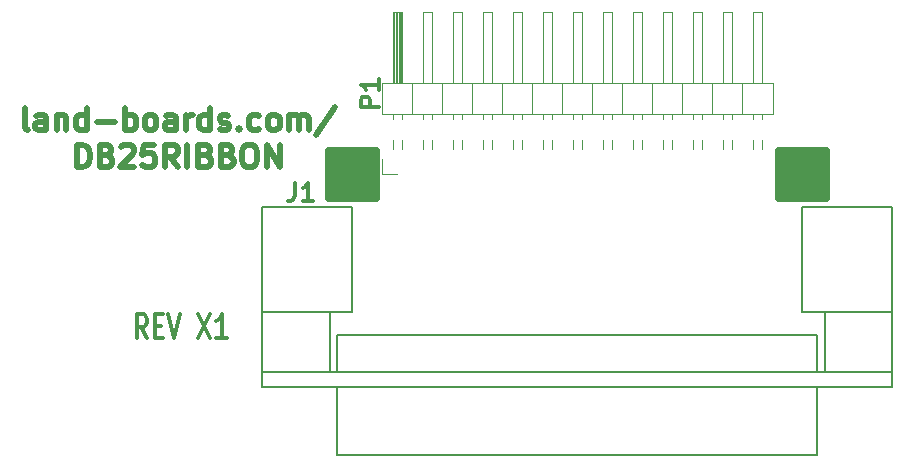
<source format=gbr>
G04 #@! TF.FileFunction,Legend,Top*
%FSLAX46Y46*%
G04 Gerber Fmt 4.6, Leading zero omitted, Abs format (unit mm)*
G04 Created by KiCad (PCBNEW (after 2015-mar-04 BZR unknown)-product) date 6/5/2017 4:21:03 PM*
%MOMM*%
G01*
G04 APERTURE LIST*
%ADD10C,0.150000*%
%ADD11C,0.304800*%
%ADD12C,0.476250*%
%ADD13C,0.650000*%
%ADD14C,0.120000*%
G04 APERTURE END LIST*
D10*
D11*
X11067142Y-28097238D02*
X10559142Y-27129619D01*
X10196285Y-28097238D02*
X10196285Y-26065238D01*
X10776857Y-26065238D01*
X10921999Y-26162000D01*
X10994571Y-26258762D01*
X11067142Y-26452286D01*
X11067142Y-26742571D01*
X10994571Y-26936095D01*
X10921999Y-27032857D01*
X10776857Y-27129619D01*
X10196285Y-27129619D01*
X11720285Y-27032857D02*
X12228285Y-27032857D01*
X12445999Y-28097238D02*
X11720285Y-28097238D01*
X11720285Y-26065238D01*
X12445999Y-26065238D01*
X12881428Y-26065238D02*
X13389428Y-28097238D01*
X13897428Y-26065238D01*
X15421428Y-26065238D02*
X16437428Y-28097238D01*
X16437428Y-26065238D02*
X15421428Y-28097238D01*
X17816286Y-28097238D02*
X16945429Y-28097238D01*
X17380857Y-28097238D02*
X17380857Y-26065238D01*
X17235714Y-26355524D01*
X17090572Y-26549048D01*
X16945429Y-26645810D01*
D12*
X970645Y-10466161D02*
X789217Y-10375446D01*
X698502Y-10194018D01*
X698502Y-8561161D01*
X2512788Y-10466161D02*
X2512788Y-9468304D01*
X2422074Y-9286875D01*
X2240645Y-9196161D01*
X1877788Y-9196161D01*
X1696359Y-9286875D01*
X2512788Y-10375446D02*
X2331359Y-10466161D01*
X1877788Y-10466161D01*
X1696359Y-10375446D01*
X1605645Y-10194018D01*
X1605645Y-10012589D01*
X1696359Y-9831161D01*
X1877788Y-9740446D01*
X2331359Y-9740446D01*
X2512788Y-9649732D01*
X3419930Y-9196161D02*
X3419930Y-10466161D01*
X3419930Y-9377589D02*
X3510645Y-9286875D01*
X3692073Y-9196161D01*
X3964216Y-9196161D01*
X4145645Y-9286875D01*
X4236359Y-9468304D01*
X4236359Y-10466161D01*
X5959930Y-10466161D02*
X5959930Y-8561161D01*
X5959930Y-10375446D02*
X5778501Y-10466161D01*
X5415644Y-10466161D01*
X5234216Y-10375446D01*
X5143501Y-10284732D01*
X5052787Y-10103304D01*
X5052787Y-9559018D01*
X5143501Y-9377589D01*
X5234216Y-9286875D01*
X5415644Y-9196161D01*
X5778501Y-9196161D01*
X5959930Y-9286875D01*
X6867072Y-9740446D02*
X8318501Y-9740446D01*
X9225643Y-10466161D02*
X9225643Y-8561161D01*
X9225643Y-9286875D02*
X9407072Y-9196161D01*
X9769929Y-9196161D01*
X9951358Y-9286875D01*
X10042072Y-9377589D01*
X10132786Y-9559018D01*
X10132786Y-10103304D01*
X10042072Y-10284732D01*
X9951358Y-10375446D01*
X9769929Y-10466161D01*
X9407072Y-10466161D01*
X9225643Y-10375446D01*
X11221357Y-10466161D02*
X11039929Y-10375446D01*
X10949214Y-10284732D01*
X10858500Y-10103304D01*
X10858500Y-9559018D01*
X10949214Y-9377589D01*
X11039929Y-9286875D01*
X11221357Y-9196161D01*
X11493500Y-9196161D01*
X11674929Y-9286875D01*
X11765643Y-9377589D01*
X11856357Y-9559018D01*
X11856357Y-10103304D01*
X11765643Y-10284732D01*
X11674929Y-10375446D01*
X11493500Y-10466161D01*
X11221357Y-10466161D01*
X13489214Y-10466161D02*
X13489214Y-9468304D01*
X13398500Y-9286875D01*
X13217071Y-9196161D01*
X12854214Y-9196161D01*
X12672785Y-9286875D01*
X13489214Y-10375446D02*
X13307785Y-10466161D01*
X12854214Y-10466161D01*
X12672785Y-10375446D01*
X12582071Y-10194018D01*
X12582071Y-10012589D01*
X12672785Y-9831161D01*
X12854214Y-9740446D01*
X13307785Y-9740446D01*
X13489214Y-9649732D01*
X14396356Y-10466161D02*
X14396356Y-9196161D01*
X14396356Y-9559018D02*
X14487071Y-9377589D01*
X14577785Y-9286875D01*
X14759214Y-9196161D01*
X14940642Y-9196161D01*
X16392071Y-10466161D02*
X16392071Y-8561161D01*
X16392071Y-10375446D02*
X16210642Y-10466161D01*
X15847785Y-10466161D01*
X15666357Y-10375446D01*
X15575642Y-10284732D01*
X15484928Y-10103304D01*
X15484928Y-9559018D01*
X15575642Y-9377589D01*
X15666357Y-9286875D01*
X15847785Y-9196161D01*
X16210642Y-9196161D01*
X16392071Y-9286875D01*
X17208499Y-10375446D02*
X17389928Y-10466161D01*
X17752785Y-10466161D01*
X17934213Y-10375446D01*
X18024928Y-10194018D01*
X18024928Y-10103304D01*
X17934213Y-9921875D01*
X17752785Y-9831161D01*
X17480642Y-9831161D01*
X17299213Y-9740446D01*
X17208499Y-9559018D01*
X17208499Y-9468304D01*
X17299213Y-9286875D01*
X17480642Y-9196161D01*
X17752785Y-9196161D01*
X17934213Y-9286875D01*
X18841356Y-10284732D02*
X18932071Y-10375446D01*
X18841356Y-10466161D01*
X18750642Y-10375446D01*
X18841356Y-10284732D01*
X18841356Y-10466161D01*
X20564928Y-10375446D02*
X20383499Y-10466161D01*
X20020642Y-10466161D01*
X19839214Y-10375446D01*
X19748499Y-10284732D01*
X19657785Y-10103304D01*
X19657785Y-9559018D01*
X19748499Y-9377589D01*
X19839214Y-9286875D01*
X20020642Y-9196161D01*
X20383499Y-9196161D01*
X20564928Y-9286875D01*
X21653499Y-10466161D02*
X21472071Y-10375446D01*
X21381356Y-10284732D01*
X21290642Y-10103304D01*
X21290642Y-9559018D01*
X21381356Y-9377589D01*
X21472071Y-9286875D01*
X21653499Y-9196161D01*
X21925642Y-9196161D01*
X22107071Y-9286875D01*
X22197785Y-9377589D01*
X22288499Y-9559018D01*
X22288499Y-10103304D01*
X22197785Y-10284732D01*
X22107071Y-10375446D01*
X21925642Y-10466161D01*
X21653499Y-10466161D01*
X23104927Y-10466161D02*
X23104927Y-9196161D01*
X23104927Y-9377589D02*
X23195642Y-9286875D01*
X23377070Y-9196161D01*
X23649213Y-9196161D01*
X23830642Y-9286875D01*
X23921356Y-9468304D01*
X23921356Y-10466161D01*
X23921356Y-9468304D02*
X24012070Y-9286875D01*
X24193499Y-9196161D01*
X24465642Y-9196161D01*
X24647070Y-9286875D01*
X24737785Y-9468304D01*
X24737785Y-10466161D01*
X27005642Y-8470446D02*
X25372785Y-10919732D01*
X5143500Y-13609411D02*
X5143500Y-11704411D01*
X5597072Y-11704411D01*
X5869215Y-11795125D01*
X6050643Y-11976554D01*
X6141358Y-12157982D01*
X6232072Y-12520839D01*
X6232072Y-12792982D01*
X6141358Y-13155839D01*
X6050643Y-13337268D01*
X5869215Y-13518696D01*
X5597072Y-13609411D01*
X5143500Y-13609411D01*
X7683500Y-12611554D02*
X7955643Y-12702268D01*
X8046358Y-12792982D01*
X8137072Y-12974411D01*
X8137072Y-13246554D01*
X8046358Y-13427982D01*
X7955643Y-13518696D01*
X7774215Y-13609411D01*
X7048500Y-13609411D01*
X7048500Y-11704411D01*
X7683500Y-11704411D01*
X7864929Y-11795125D01*
X7955643Y-11885839D01*
X8046358Y-12067268D01*
X8046358Y-12248696D01*
X7955643Y-12430125D01*
X7864929Y-12520839D01*
X7683500Y-12611554D01*
X7048500Y-12611554D01*
X8862786Y-11885839D02*
X8953500Y-11795125D01*
X9134929Y-11704411D01*
X9588500Y-11704411D01*
X9769929Y-11795125D01*
X9860643Y-11885839D01*
X9951358Y-12067268D01*
X9951358Y-12248696D01*
X9860643Y-12520839D01*
X8772072Y-13609411D01*
X9951358Y-13609411D01*
X11674929Y-11704411D02*
X10767786Y-11704411D01*
X10677072Y-12611554D01*
X10767786Y-12520839D01*
X10949215Y-12430125D01*
X11402786Y-12430125D01*
X11584215Y-12520839D01*
X11674929Y-12611554D01*
X11765644Y-12792982D01*
X11765644Y-13246554D01*
X11674929Y-13427982D01*
X11584215Y-13518696D01*
X11402786Y-13609411D01*
X10949215Y-13609411D01*
X10767786Y-13518696D01*
X10677072Y-13427982D01*
X13670644Y-13609411D02*
X13035644Y-12702268D01*
X12582072Y-13609411D02*
X12582072Y-11704411D01*
X13307787Y-11704411D01*
X13489215Y-11795125D01*
X13579930Y-11885839D01*
X13670644Y-12067268D01*
X13670644Y-12339411D01*
X13579930Y-12520839D01*
X13489215Y-12611554D01*
X13307787Y-12702268D01*
X12582072Y-12702268D01*
X14487072Y-13609411D02*
X14487072Y-11704411D01*
X16029215Y-12611554D02*
X16301358Y-12702268D01*
X16392073Y-12792982D01*
X16482787Y-12974411D01*
X16482787Y-13246554D01*
X16392073Y-13427982D01*
X16301358Y-13518696D01*
X16119930Y-13609411D01*
X15394215Y-13609411D01*
X15394215Y-11704411D01*
X16029215Y-11704411D01*
X16210644Y-11795125D01*
X16301358Y-11885839D01*
X16392073Y-12067268D01*
X16392073Y-12248696D01*
X16301358Y-12430125D01*
X16210644Y-12520839D01*
X16029215Y-12611554D01*
X15394215Y-12611554D01*
X17934215Y-12611554D02*
X18206358Y-12702268D01*
X18297073Y-12792982D01*
X18387787Y-12974411D01*
X18387787Y-13246554D01*
X18297073Y-13427982D01*
X18206358Y-13518696D01*
X18024930Y-13609411D01*
X17299215Y-13609411D01*
X17299215Y-11704411D01*
X17934215Y-11704411D01*
X18115644Y-11795125D01*
X18206358Y-11885839D01*
X18297073Y-12067268D01*
X18297073Y-12248696D01*
X18206358Y-12430125D01*
X18115644Y-12520839D01*
X17934215Y-12611554D01*
X17299215Y-12611554D01*
X19567073Y-11704411D02*
X19929930Y-11704411D01*
X20111358Y-11795125D01*
X20292787Y-11976554D01*
X20383501Y-12339411D01*
X20383501Y-12974411D01*
X20292787Y-13337268D01*
X20111358Y-13518696D01*
X19929930Y-13609411D01*
X19567073Y-13609411D01*
X19385644Y-13518696D01*
X19204215Y-13337268D01*
X19113501Y-12974411D01*
X19113501Y-12339411D01*
X19204215Y-11976554D01*
X19385644Y-11795125D01*
X19567073Y-11704411D01*
X21199929Y-13609411D02*
X21199929Y-11704411D01*
X22288501Y-13609411D01*
X22288501Y-11704411D01*
D13*
X64548000Y-16224000D02*
X68548000Y-16224000D01*
X68548000Y-16224000D02*
X68548000Y-12224000D01*
X68548000Y-12224000D02*
X64548000Y-12224000D01*
X64548000Y-12224000D02*
X64548000Y-16224000D01*
X64548000Y-16224000D02*
X64548000Y-15724000D01*
X64548000Y-15724000D02*
X68548000Y-15724000D01*
X68548000Y-15724000D02*
X68548000Y-15224000D01*
X68548000Y-15224000D02*
X64548000Y-15224000D01*
X64548000Y-15224000D02*
X64548000Y-14724000D01*
X64548000Y-14724000D02*
X68548000Y-14724000D01*
X68548000Y-14724000D02*
X68548000Y-14224000D01*
X68548000Y-14224000D02*
X64548000Y-14224000D01*
X64548000Y-14224000D02*
X64548000Y-13724000D01*
X64548000Y-13724000D02*
X68048000Y-13724000D01*
X68048000Y-13724000D02*
X68548000Y-13724000D01*
X68548000Y-13724000D02*
X68548000Y-13224000D01*
X68548000Y-13224000D02*
X64548000Y-13224000D01*
X64548000Y-13224000D02*
X64548000Y-12724000D01*
X64548000Y-12724000D02*
X68548000Y-12724000D01*
X26448000Y-16224000D02*
X30448000Y-16224000D01*
X30448000Y-16224000D02*
X30448000Y-12224000D01*
X30448000Y-12224000D02*
X26448000Y-12224000D01*
X26448000Y-12224000D02*
X26448000Y-16224000D01*
X26448000Y-16224000D02*
X26448000Y-15724000D01*
X26448000Y-15724000D02*
X30448000Y-15724000D01*
X30448000Y-15724000D02*
X30448000Y-15224000D01*
X30448000Y-15224000D02*
X26448000Y-15224000D01*
X26448000Y-15224000D02*
X26448000Y-14724000D01*
X26448000Y-14724000D02*
X30448000Y-14724000D01*
X30448000Y-14724000D02*
X30448000Y-14224000D01*
X30448000Y-14224000D02*
X26448000Y-14224000D01*
X26448000Y-14224000D02*
X26448000Y-13724000D01*
X26448000Y-13724000D02*
X29948000Y-13724000D01*
X29948000Y-13724000D02*
X30448000Y-13724000D01*
X30448000Y-13724000D02*
X30448000Y-13224000D01*
X30448000Y-13224000D02*
X26448000Y-13224000D01*
X26448000Y-13224000D02*
X26448000Y-12724000D01*
X26448000Y-12724000D02*
X30448000Y-12724000D01*
D14*
X30928000Y-9074000D02*
X33528000Y-9074000D01*
X33528000Y-9074000D02*
X33528000Y-6454000D01*
X33528000Y-6454000D02*
X30928000Y-6454000D01*
X30928000Y-6454000D02*
X30928000Y-9074000D01*
X31878000Y-6454000D02*
X32638000Y-6454000D01*
X32638000Y-6454000D02*
X32638000Y-454000D01*
X32638000Y-454000D02*
X31878000Y-454000D01*
X31878000Y-454000D02*
X31878000Y-6454000D01*
X31878000Y-9504000D02*
X31878000Y-9074000D01*
X32638000Y-9504000D02*
X32638000Y-9074000D01*
X31878000Y-12044000D02*
X31878000Y-11324000D01*
X32638000Y-12044000D02*
X32638000Y-11324000D01*
X31998000Y-6454000D02*
X31998000Y-454000D01*
X32118000Y-6454000D02*
X32118000Y-454000D01*
X32238000Y-6454000D02*
X32238000Y-454000D01*
X32358000Y-6454000D02*
X32358000Y-454000D01*
X32478000Y-6454000D02*
X32478000Y-454000D01*
X32598000Y-6454000D02*
X32598000Y-454000D01*
X33528000Y-9074000D02*
X36068000Y-9074000D01*
X36068000Y-9074000D02*
X36068000Y-6454000D01*
X36068000Y-6454000D02*
X33528000Y-6454000D01*
X33528000Y-6454000D02*
X33528000Y-9074000D01*
X34418000Y-6454000D02*
X35178000Y-6454000D01*
X35178000Y-6454000D02*
X35178000Y-454000D01*
X35178000Y-454000D02*
X34418000Y-454000D01*
X34418000Y-454000D02*
X34418000Y-6454000D01*
X34418000Y-9504000D02*
X34418000Y-9074000D01*
X35178000Y-9504000D02*
X35178000Y-9074000D01*
X34418000Y-12044000D02*
X34418000Y-11324000D01*
X35178000Y-12044000D02*
X35178000Y-11324000D01*
X36068000Y-9074000D02*
X38608000Y-9074000D01*
X38608000Y-9074000D02*
X38608000Y-6454000D01*
X38608000Y-6454000D02*
X36068000Y-6454000D01*
X36068000Y-6454000D02*
X36068000Y-9074000D01*
X36958000Y-6454000D02*
X37718000Y-6454000D01*
X37718000Y-6454000D02*
X37718000Y-454000D01*
X37718000Y-454000D02*
X36958000Y-454000D01*
X36958000Y-454000D02*
X36958000Y-6454000D01*
X36958000Y-9504000D02*
X36958000Y-9074000D01*
X37718000Y-9504000D02*
X37718000Y-9074000D01*
X36958000Y-12044000D02*
X36958000Y-11324000D01*
X37718000Y-12044000D02*
X37718000Y-11324000D01*
X38608000Y-9074000D02*
X41148000Y-9074000D01*
X41148000Y-9074000D02*
X41148000Y-6454000D01*
X41148000Y-6454000D02*
X38608000Y-6454000D01*
X38608000Y-6454000D02*
X38608000Y-9074000D01*
X39498000Y-6454000D02*
X40258000Y-6454000D01*
X40258000Y-6454000D02*
X40258000Y-454000D01*
X40258000Y-454000D02*
X39498000Y-454000D01*
X39498000Y-454000D02*
X39498000Y-6454000D01*
X39498000Y-9504000D02*
X39498000Y-9074000D01*
X40258000Y-9504000D02*
X40258000Y-9074000D01*
X39498000Y-12044000D02*
X39498000Y-11324000D01*
X40258000Y-12044000D02*
X40258000Y-11324000D01*
X41148000Y-9074000D02*
X43688000Y-9074000D01*
X43688000Y-9074000D02*
X43688000Y-6454000D01*
X43688000Y-6454000D02*
X41148000Y-6454000D01*
X41148000Y-6454000D02*
X41148000Y-9074000D01*
X42038000Y-6454000D02*
X42798000Y-6454000D01*
X42798000Y-6454000D02*
X42798000Y-454000D01*
X42798000Y-454000D02*
X42038000Y-454000D01*
X42038000Y-454000D02*
X42038000Y-6454000D01*
X42038000Y-9504000D02*
X42038000Y-9074000D01*
X42798000Y-9504000D02*
X42798000Y-9074000D01*
X42038000Y-12044000D02*
X42038000Y-11324000D01*
X42798000Y-12044000D02*
X42798000Y-11324000D01*
X43688000Y-9074000D02*
X46228000Y-9074000D01*
X46228000Y-9074000D02*
X46228000Y-6454000D01*
X46228000Y-6454000D02*
X43688000Y-6454000D01*
X43688000Y-6454000D02*
X43688000Y-9074000D01*
X44578000Y-6454000D02*
X45338000Y-6454000D01*
X45338000Y-6454000D02*
X45338000Y-454000D01*
X45338000Y-454000D02*
X44578000Y-454000D01*
X44578000Y-454000D02*
X44578000Y-6454000D01*
X44578000Y-9504000D02*
X44578000Y-9074000D01*
X45338000Y-9504000D02*
X45338000Y-9074000D01*
X44578000Y-12044000D02*
X44578000Y-11324000D01*
X45338000Y-12044000D02*
X45338000Y-11324000D01*
X46228000Y-9074000D02*
X48768000Y-9074000D01*
X48768000Y-9074000D02*
X48768000Y-6454000D01*
X48768000Y-6454000D02*
X46228000Y-6454000D01*
X46228000Y-6454000D02*
X46228000Y-9074000D01*
X47118000Y-6454000D02*
X47878000Y-6454000D01*
X47878000Y-6454000D02*
X47878000Y-454000D01*
X47878000Y-454000D02*
X47118000Y-454000D01*
X47118000Y-454000D02*
X47118000Y-6454000D01*
X47118000Y-9504000D02*
X47118000Y-9074000D01*
X47878000Y-9504000D02*
X47878000Y-9074000D01*
X47118000Y-12044000D02*
X47118000Y-11324000D01*
X47878000Y-12044000D02*
X47878000Y-11324000D01*
X48768000Y-9074000D02*
X51308000Y-9074000D01*
X51308000Y-9074000D02*
X51308000Y-6454000D01*
X51308000Y-6454000D02*
X48768000Y-6454000D01*
X48768000Y-6454000D02*
X48768000Y-9074000D01*
X49658000Y-6454000D02*
X50418000Y-6454000D01*
X50418000Y-6454000D02*
X50418000Y-454000D01*
X50418000Y-454000D02*
X49658000Y-454000D01*
X49658000Y-454000D02*
X49658000Y-6454000D01*
X49658000Y-9504000D02*
X49658000Y-9074000D01*
X50418000Y-9504000D02*
X50418000Y-9074000D01*
X49658000Y-12044000D02*
X49658000Y-11324000D01*
X50418000Y-12044000D02*
X50418000Y-11324000D01*
X51308000Y-9074000D02*
X53848000Y-9074000D01*
X53848000Y-9074000D02*
X53848000Y-6454000D01*
X53848000Y-6454000D02*
X51308000Y-6454000D01*
X51308000Y-6454000D02*
X51308000Y-9074000D01*
X52198000Y-6454000D02*
X52958000Y-6454000D01*
X52958000Y-6454000D02*
X52958000Y-454000D01*
X52958000Y-454000D02*
X52198000Y-454000D01*
X52198000Y-454000D02*
X52198000Y-6454000D01*
X52198000Y-9504000D02*
X52198000Y-9074000D01*
X52958000Y-9504000D02*
X52958000Y-9074000D01*
X52198000Y-12044000D02*
X52198000Y-11324000D01*
X52958000Y-12044000D02*
X52958000Y-11324000D01*
X53848000Y-9074000D02*
X56388000Y-9074000D01*
X56388000Y-9074000D02*
X56388000Y-6454000D01*
X56388000Y-6454000D02*
X53848000Y-6454000D01*
X53848000Y-6454000D02*
X53848000Y-9074000D01*
X54738000Y-6454000D02*
X55498000Y-6454000D01*
X55498000Y-6454000D02*
X55498000Y-454000D01*
X55498000Y-454000D02*
X54738000Y-454000D01*
X54738000Y-454000D02*
X54738000Y-6454000D01*
X54738000Y-9504000D02*
X54738000Y-9074000D01*
X55498000Y-9504000D02*
X55498000Y-9074000D01*
X54738000Y-12044000D02*
X54738000Y-11324000D01*
X55498000Y-12044000D02*
X55498000Y-11324000D01*
X56388000Y-9074000D02*
X58928000Y-9074000D01*
X58928000Y-9074000D02*
X58928000Y-6454000D01*
X58928000Y-6454000D02*
X56388000Y-6454000D01*
X56388000Y-6454000D02*
X56388000Y-9074000D01*
X57278000Y-6454000D02*
X58038000Y-6454000D01*
X58038000Y-6454000D02*
X58038000Y-454000D01*
X58038000Y-454000D02*
X57278000Y-454000D01*
X57278000Y-454000D02*
X57278000Y-6454000D01*
X57278000Y-9504000D02*
X57278000Y-9074000D01*
X58038000Y-9504000D02*
X58038000Y-9074000D01*
X57278000Y-12044000D02*
X57278000Y-11324000D01*
X58038000Y-12044000D02*
X58038000Y-11324000D01*
X58928000Y-9074000D02*
X61468000Y-9074000D01*
X61468000Y-9074000D02*
X61468000Y-6454000D01*
X61468000Y-6454000D02*
X58928000Y-6454000D01*
X58928000Y-6454000D02*
X58928000Y-9074000D01*
X59818000Y-6454000D02*
X60578000Y-6454000D01*
X60578000Y-6454000D02*
X60578000Y-454000D01*
X60578000Y-454000D02*
X59818000Y-454000D01*
X59818000Y-454000D02*
X59818000Y-6454000D01*
X59818000Y-9504000D02*
X59818000Y-9074000D01*
X60578000Y-9504000D02*
X60578000Y-9074000D01*
X59818000Y-12044000D02*
X59818000Y-11324000D01*
X60578000Y-12044000D02*
X60578000Y-11324000D01*
X61468000Y-9074000D02*
X64068000Y-9074000D01*
X64068000Y-9074000D02*
X64068000Y-6454000D01*
X64068000Y-6454000D02*
X61468000Y-6454000D01*
X61468000Y-6454000D02*
X61468000Y-9074000D01*
X62358000Y-6454000D02*
X63118000Y-6454000D01*
X63118000Y-6454000D02*
X63118000Y-454000D01*
X63118000Y-454000D02*
X62358000Y-454000D01*
X62358000Y-454000D02*
X62358000Y-6454000D01*
X62358000Y-9504000D02*
X62358000Y-9074000D01*
X63118000Y-9504000D02*
X63118000Y-9074000D01*
X62358000Y-12044000D02*
X62358000Y-11324000D01*
X63118000Y-12044000D02*
X63118000Y-11324000D01*
X32258000Y-14224000D02*
X30988000Y-14224000D01*
X30988000Y-14224000D02*
X30988000Y-12954000D01*
D10*
X20828000Y-30988000D02*
X20828000Y-17018000D01*
X28448000Y-25908000D02*
X28448000Y-17018000D01*
X26543000Y-30988000D02*
X26543000Y-25908000D01*
X68453000Y-30988000D02*
X68453000Y-25908000D01*
X66548000Y-25908000D02*
X66548000Y-17018000D01*
X74168000Y-17018000D02*
X74168000Y-30988000D01*
X20828000Y-25908000D02*
X28448000Y-25908000D01*
X74168000Y-25908000D02*
X66548000Y-25908000D01*
X27178000Y-27813000D02*
X27178000Y-30988000D01*
X67818000Y-27813000D02*
X67818000Y-30988000D01*
X27178000Y-37973000D02*
X27178000Y-32258000D01*
X67818000Y-37973000D02*
X67818000Y-32258000D01*
X20828000Y-30988000D02*
X20828000Y-32258000D01*
X20828000Y-32258000D02*
X74168000Y-32258000D01*
X74168000Y-32258000D02*
X74168000Y-30988000D01*
X74168000Y-30988000D02*
X20828000Y-30988000D01*
X28448000Y-17018000D02*
X20828000Y-17018000D01*
X67818000Y-27813000D02*
X27178000Y-27813000D01*
X67818000Y-37973000D02*
X27178000Y-37973000D01*
X74168000Y-17018000D02*
X66548000Y-17018000D01*
D11*
X30677429Y-8493857D02*
X29153429Y-8493857D01*
X29153429Y-7913285D01*
X29226000Y-7768143D01*
X29298571Y-7695571D01*
X29443714Y-7623000D01*
X29661429Y-7623000D01*
X29806571Y-7695571D01*
X29879143Y-7768143D01*
X29951714Y-7913285D01*
X29951714Y-8493857D01*
X30677429Y-6171571D02*
X30677429Y-7042428D01*
X30677429Y-6607000D02*
X29153429Y-6607000D01*
X29371143Y-6752143D01*
X29516286Y-6897285D01*
X29588857Y-7042428D01*
X23622000Y-14913429D02*
X23622000Y-16002000D01*
X23549428Y-16219714D01*
X23404285Y-16364857D01*
X23186571Y-16437429D01*
X23041428Y-16437429D01*
X25146000Y-16437429D02*
X24275143Y-16437429D01*
X24710571Y-16437429D02*
X24710571Y-14913429D01*
X24565428Y-15131143D01*
X24420286Y-15276286D01*
X24275143Y-15348857D01*
M02*

</source>
